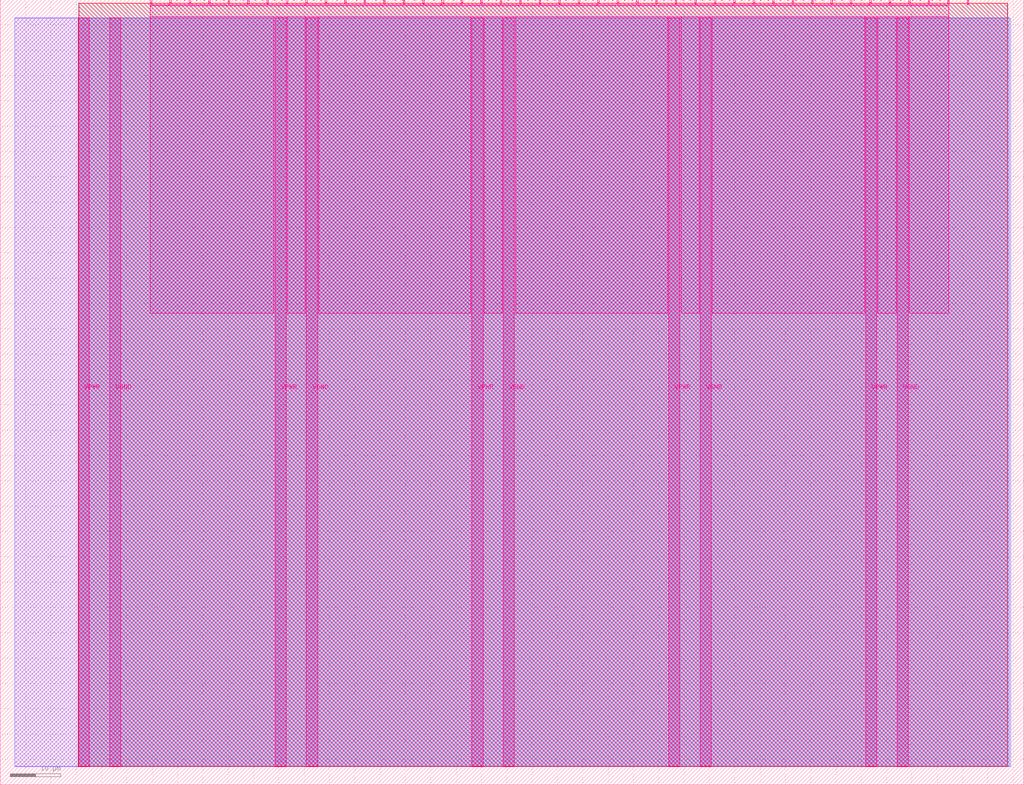
<source format=lef>
VERSION 5.7 ;
  NOWIREEXTENSIONATPIN ON ;
  DIVIDERCHAR "/" ;
  BUSBITCHARS "[]" ;
MACRO tt_um_hack_cpu
  CLASS BLOCK ;
  FOREIGN tt_um_hack_cpu ;
  ORIGIN 0.000 0.000 ;
  SIZE 202.080 BY 154.980 ;
  PIN VGND
    DIRECTION INOUT ;
    USE GROUND ;
    PORT
      LAYER Metal5 ;
        RECT 21.580 3.560 23.780 151.420 ;
    END
    PORT
      LAYER Metal5 ;
        RECT 60.450 3.560 62.650 151.420 ;
    END
    PORT
      LAYER Metal5 ;
        RECT 99.320 3.560 101.520 151.420 ;
    END
    PORT
      LAYER Metal5 ;
        RECT 138.190 3.560 140.390 151.420 ;
    END
    PORT
      LAYER Metal5 ;
        RECT 177.060 3.560 179.260 151.420 ;
    END
  END VGND
  PIN VPWR
    DIRECTION INOUT ;
    USE POWER ;
    PORT
      LAYER Metal5 ;
        RECT 15.380 3.560 17.580 151.420 ;
    END
    PORT
      LAYER Metal5 ;
        RECT 54.250 3.560 56.450 151.420 ;
    END
    PORT
      LAYER Metal5 ;
        RECT 93.120 3.560 95.320 151.420 ;
    END
    PORT
      LAYER Metal5 ;
        RECT 131.990 3.560 134.190 151.420 ;
    END
    PORT
      LAYER Metal5 ;
        RECT 170.860 3.560 173.060 151.420 ;
    END
  END VPWR
  PIN clk
    DIRECTION INPUT ;
    USE SIGNAL ;
    ANTENNAGATEAREA 0.426400 ;
    PORT
      LAYER Metal5 ;
        RECT 187.050 153.980 187.350 154.980 ;
    END
  END clk
  PIN ena
    DIRECTION INPUT ;
    USE SIGNAL ;
    PORT
      LAYER Metal5 ;
        RECT 190.890 153.980 191.190 154.980 ;
    END
  END ena
  PIN rst_n
    DIRECTION INPUT ;
    USE SIGNAL ;
    ANTENNAGATEAREA 0.527800 ;
    PORT
      LAYER Metal5 ;
        RECT 183.210 153.980 183.510 154.980 ;
    END
  END rst_n
  PIN ui_in[0]
    DIRECTION INPUT ;
    USE SIGNAL ;
    ANTENNAGATEAREA 0.213200 ;
    PORT
      LAYER Metal5 ;
        RECT 179.370 153.980 179.670 154.980 ;
    END
  END ui_in[0]
  PIN ui_in[1]
    DIRECTION INPUT ;
    USE SIGNAL ;
    PORT
      LAYER Metal5 ;
        RECT 175.530 153.980 175.830 154.980 ;
    END
  END ui_in[1]
  PIN ui_in[2]
    DIRECTION INPUT ;
    USE SIGNAL ;
    PORT
      LAYER Metal5 ;
        RECT 171.690 153.980 171.990 154.980 ;
    END
  END ui_in[2]
  PIN ui_in[3]
    DIRECTION INPUT ;
    USE SIGNAL ;
    PORT
      LAYER Metal5 ;
        RECT 167.850 153.980 168.150 154.980 ;
    END
  END ui_in[3]
  PIN ui_in[4]
    DIRECTION INPUT ;
    USE SIGNAL ;
    PORT
      LAYER Metal5 ;
        RECT 164.010 153.980 164.310 154.980 ;
    END
  END ui_in[4]
  PIN ui_in[5]
    DIRECTION INPUT ;
    USE SIGNAL ;
    PORT
      LAYER Metal5 ;
        RECT 160.170 153.980 160.470 154.980 ;
    END
  END ui_in[5]
  PIN ui_in[6]
    DIRECTION INPUT ;
    USE SIGNAL ;
    PORT
      LAYER Metal5 ;
        RECT 156.330 153.980 156.630 154.980 ;
    END
  END ui_in[6]
  PIN ui_in[7]
    DIRECTION INPUT ;
    USE SIGNAL ;
    PORT
      LAYER Metal5 ;
        RECT 152.490 153.980 152.790 154.980 ;
    END
  END ui_in[7]
  PIN uio_in[0]
    DIRECTION INPUT ;
    USE SIGNAL ;
    PORT
      LAYER Metal5 ;
        RECT 148.650 153.980 148.950 154.980 ;
    END
  END uio_in[0]
  PIN uio_in[1]
    DIRECTION INPUT ;
    USE SIGNAL ;
    PORT
      LAYER Metal5 ;
        RECT 144.810 153.980 145.110 154.980 ;
    END
  END uio_in[1]
  PIN uio_in[2]
    DIRECTION INPUT ;
    USE SIGNAL ;
    ANTENNAGATEAREA 0.213200 ;
    PORT
      LAYER Metal5 ;
        RECT 140.970 153.980 141.270 154.980 ;
    END
  END uio_in[2]
  PIN uio_in[3]
    DIRECTION INPUT ;
    USE SIGNAL ;
    PORT
      LAYER Metal5 ;
        RECT 137.130 153.980 137.430 154.980 ;
    END
  END uio_in[3]
  PIN uio_in[4]
    DIRECTION INPUT ;
    USE SIGNAL ;
    ANTENNAGATEAREA 0.180700 ;
    PORT
      LAYER Metal5 ;
        RECT 133.290 153.980 133.590 154.980 ;
    END
  END uio_in[4]
  PIN uio_in[5]
    DIRECTION INPUT ;
    USE SIGNAL ;
    ANTENNAGATEAREA 0.180700 ;
    PORT
      LAYER Metal5 ;
        RECT 129.450 153.980 129.750 154.980 ;
    END
  END uio_in[5]
  PIN uio_in[6]
    DIRECTION INPUT ;
    USE SIGNAL ;
    PORT
      LAYER Metal5 ;
        RECT 125.610 153.980 125.910 154.980 ;
    END
  END uio_in[6]
  PIN uio_in[7]
    DIRECTION INPUT ;
    USE SIGNAL ;
    ANTENNAGATEAREA 0.213200 ;
    PORT
      LAYER Metal5 ;
        RECT 121.770 153.980 122.070 154.980 ;
    END
  END uio_in[7]
  PIN uio_oe[0]
    DIRECTION OUTPUT ;
    USE SIGNAL ;
    ANTENNADIFFAREA 0.392700 ;
    PORT
      LAYER Metal5 ;
        RECT 56.490 153.980 56.790 154.980 ;
    END
  END uio_oe[0]
  PIN uio_oe[1]
    DIRECTION OUTPUT ;
    USE SIGNAL ;
    ANTENNADIFFAREA 0.392700 ;
    PORT
      LAYER Metal5 ;
        RECT 52.650 153.980 52.950 154.980 ;
    END
  END uio_oe[1]
  PIN uio_oe[2]
    DIRECTION OUTPUT ;
    USE SIGNAL ;
    ANTENNADIFFAREA 0.299200 ;
    PORT
      LAYER Metal5 ;
        RECT 48.810 153.980 49.110 154.980 ;
    END
  END uio_oe[2]
  PIN uio_oe[3]
    DIRECTION OUTPUT ;
    USE SIGNAL ;
    ANTENNADIFFAREA 0.392700 ;
    PORT
      LAYER Metal5 ;
        RECT 44.970 153.980 45.270 154.980 ;
    END
  END uio_oe[3]
  PIN uio_oe[4]
    DIRECTION OUTPUT ;
    USE SIGNAL ;
    ANTENNADIFFAREA 0.299200 ;
    PORT
      LAYER Metal5 ;
        RECT 41.130 153.980 41.430 154.980 ;
    END
  END uio_oe[4]
  PIN uio_oe[5]
    DIRECTION OUTPUT ;
    USE SIGNAL ;
    ANTENNADIFFAREA 0.299200 ;
    PORT
      LAYER Metal5 ;
        RECT 37.290 153.980 37.590 154.980 ;
    END
  END uio_oe[5]
  PIN uio_oe[6]
    DIRECTION OUTPUT ;
    USE SIGNAL ;
    ANTENNADIFFAREA 0.392700 ;
    PORT
      LAYER Metal5 ;
        RECT 33.450 153.980 33.750 154.980 ;
    END
  END uio_oe[6]
  PIN uio_oe[7]
    DIRECTION OUTPUT ;
    USE SIGNAL ;
    ANTENNADIFFAREA 0.299200 ;
    PORT
      LAYER Metal5 ;
        RECT 29.610 153.980 29.910 154.980 ;
    END
  END uio_oe[7]
  PIN uio_out[0]
    DIRECTION OUTPUT ;
    USE SIGNAL ;
    ANTENNADIFFAREA 0.654800 ;
    PORT
      LAYER Metal5 ;
        RECT 87.210 153.980 87.510 154.980 ;
    END
  END uio_out[0]
  PIN uio_out[1]
    DIRECTION OUTPUT ;
    USE SIGNAL ;
    ANTENNADIFFAREA 0.654800 ;
    PORT
      LAYER Metal5 ;
        RECT 83.370 153.980 83.670 154.980 ;
    END
  END uio_out[1]
  PIN uio_out[2]
    DIRECTION OUTPUT ;
    USE SIGNAL ;
    ANTENNADIFFAREA 0.299200 ;
    PORT
      LAYER Metal5 ;
        RECT 79.530 153.980 79.830 154.980 ;
    END
  END uio_out[2]
  PIN uio_out[3]
    DIRECTION OUTPUT ;
    USE SIGNAL ;
    ANTENNADIFFAREA 0.654800 ;
    PORT
      LAYER Metal5 ;
        RECT 75.690 153.980 75.990 154.980 ;
    END
  END uio_out[3]
  PIN uio_out[4]
    DIRECTION OUTPUT ;
    USE SIGNAL ;
    ANTENNADIFFAREA 0.299200 ;
    PORT
      LAYER Metal5 ;
        RECT 71.850 153.980 72.150 154.980 ;
    END
  END uio_out[4]
  PIN uio_out[5]
    DIRECTION OUTPUT ;
    USE SIGNAL ;
    ANTENNADIFFAREA 0.299200 ;
    PORT
      LAYER Metal5 ;
        RECT 68.010 153.980 68.310 154.980 ;
    END
  END uio_out[5]
  PIN uio_out[6]
    DIRECTION OUTPUT ;
    USE SIGNAL ;
    ANTENNADIFFAREA 0.654800 ;
    PORT
      LAYER Metal5 ;
        RECT 64.170 153.980 64.470 154.980 ;
    END
  END uio_out[6]
  PIN uio_out[7]
    DIRECTION OUTPUT ;
    USE SIGNAL ;
    ANTENNADIFFAREA 0.299200 ;
    PORT
      LAYER Metal5 ;
        RECT 60.330 153.980 60.630 154.980 ;
    END
  END uio_out[7]
  PIN uo_out[0]
    DIRECTION OUTPUT ;
    USE SIGNAL ;
    ANTENNADIFFAREA 0.299200 ;
    PORT
      LAYER Metal5 ;
        RECT 117.930 153.980 118.230 154.980 ;
    END
  END uo_out[0]
  PIN uo_out[1]
    DIRECTION OUTPUT ;
    USE SIGNAL ;
    ANTENNADIFFAREA 0.299200 ;
    PORT
      LAYER Metal5 ;
        RECT 114.090 153.980 114.390 154.980 ;
    END
  END uo_out[1]
  PIN uo_out[2]
    DIRECTION OUTPUT ;
    USE SIGNAL ;
    ANTENNADIFFAREA 0.299200 ;
    PORT
      LAYER Metal5 ;
        RECT 110.250 153.980 110.550 154.980 ;
    END
  END uo_out[2]
  PIN uo_out[3]
    DIRECTION OUTPUT ;
    USE SIGNAL ;
    ANTENNADIFFAREA 0.299200 ;
    PORT
      LAYER Metal5 ;
        RECT 106.410 153.980 106.710 154.980 ;
    END
  END uo_out[3]
  PIN uo_out[4]
    DIRECTION OUTPUT ;
    USE SIGNAL ;
    ANTENNADIFFAREA 0.299200 ;
    PORT
      LAYER Metal5 ;
        RECT 102.570 153.980 102.870 154.980 ;
    END
  END uo_out[4]
  PIN uo_out[5]
    DIRECTION OUTPUT ;
    USE SIGNAL ;
    ANTENNADIFFAREA 0.299200 ;
    PORT
      LAYER Metal5 ;
        RECT 98.730 153.980 99.030 154.980 ;
    END
  END uo_out[5]
  PIN uo_out[6]
    DIRECTION OUTPUT ;
    USE SIGNAL ;
    ANTENNADIFFAREA 0.299200 ;
    PORT
      LAYER Metal5 ;
        RECT 94.890 153.980 95.190 154.980 ;
    END
  END uo_out[6]
  PIN uo_out[7]
    DIRECTION OUTPUT ;
    USE SIGNAL ;
    ANTENNADIFFAREA 0.299200 ;
    PORT
      LAYER Metal5 ;
        RECT 91.050 153.980 91.350 154.980 ;
    END
  END uo_out[7]
  OBS
      LAYER GatPoly ;
        RECT 2.880 3.630 199.200 151.350 ;
      LAYER Metal1 ;
        RECT 2.880 3.560 199.200 151.420 ;
      LAYER Metal2 ;
        RECT 15.515 3.680 199.475 151.300 ;
      LAYER Metal3 ;
        RECT 15.560 3.635 198.820 154.285 ;
      LAYER Metal4 ;
        RECT 15.515 3.680 198.865 154.240 ;
      LAYER Metal5 ;
        RECT 30.120 153.770 33.240 153.980 ;
        RECT 33.960 153.770 37.080 153.980 ;
        RECT 37.800 153.770 40.920 153.980 ;
        RECT 41.640 153.770 44.760 153.980 ;
        RECT 45.480 153.770 48.600 153.980 ;
        RECT 49.320 153.770 52.440 153.980 ;
        RECT 53.160 153.770 56.280 153.980 ;
        RECT 57.000 153.770 60.120 153.980 ;
        RECT 60.840 153.770 63.960 153.980 ;
        RECT 64.680 153.770 67.800 153.980 ;
        RECT 68.520 153.770 71.640 153.980 ;
        RECT 72.360 153.770 75.480 153.980 ;
        RECT 76.200 153.770 79.320 153.980 ;
        RECT 80.040 153.770 83.160 153.980 ;
        RECT 83.880 153.770 87.000 153.980 ;
        RECT 87.720 153.770 90.840 153.980 ;
        RECT 91.560 153.770 94.680 153.980 ;
        RECT 95.400 153.770 98.520 153.980 ;
        RECT 99.240 153.770 102.360 153.980 ;
        RECT 103.080 153.770 106.200 153.980 ;
        RECT 106.920 153.770 110.040 153.980 ;
        RECT 110.760 153.770 113.880 153.980 ;
        RECT 114.600 153.770 117.720 153.980 ;
        RECT 118.440 153.770 121.560 153.980 ;
        RECT 122.280 153.770 125.400 153.980 ;
        RECT 126.120 153.770 129.240 153.980 ;
        RECT 129.960 153.770 133.080 153.980 ;
        RECT 133.800 153.770 136.920 153.980 ;
        RECT 137.640 153.770 140.760 153.980 ;
        RECT 141.480 153.770 144.600 153.980 ;
        RECT 145.320 153.770 148.440 153.980 ;
        RECT 149.160 153.770 152.280 153.980 ;
        RECT 153.000 153.770 156.120 153.980 ;
        RECT 156.840 153.770 159.960 153.980 ;
        RECT 160.680 153.770 163.800 153.980 ;
        RECT 164.520 153.770 167.640 153.980 ;
        RECT 168.360 153.770 171.480 153.980 ;
        RECT 172.200 153.770 175.320 153.980 ;
        RECT 176.040 153.770 179.160 153.980 ;
        RECT 179.880 153.770 183.000 153.980 ;
        RECT 183.720 153.770 186.840 153.980 ;
        RECT 29.660 151.630 187.300 153.770 ;
        RECT 29.660 93.095 54.040 151.630 ;
        RECT 56.660 93.095 60.240 151.630 ;
        RECT 62.860 93.095 92.910 151.630 ;
        RECT 95.530 93.095 99.110 151.630 ;
        RECT 101.730 93.095 131.780 151.630 ;
        RECT 134.400 93.095 137.980 151.630 ;
        RECT 140.600 93.095 170.650 151.630 ;
        RECT 173.270 93.095 176.850 151.630 ;
        RECT 179.470 93.095 187.300 151.630 ;
  END
END tt_um_hack_cpu
END LIBRARY


</source>
